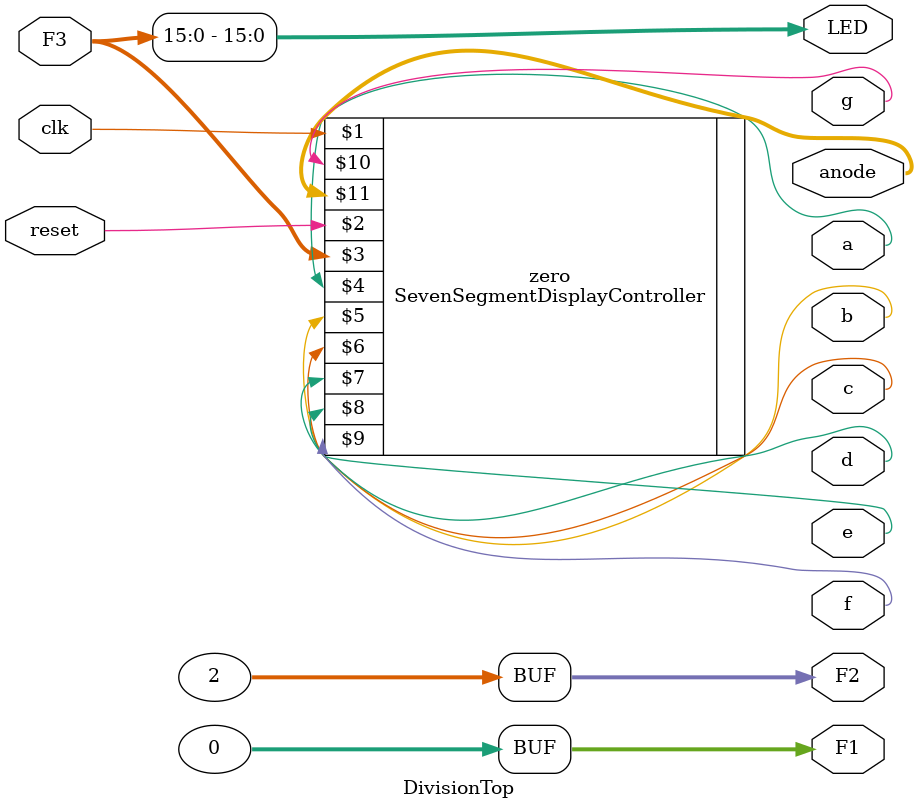
<source format=v>
`timescale 1ns / 1ps

module DivisionTop(clk, reset, F1,F2, F3, 
                    a, b, c, d, e, f, g, anode, 
                    LED);
//inputs
    input clk, reset; 
    //The quotient 
    input [31:0] F3; 
//outputs 
    //dividend and divisor 
    output wire [31:0] F1, F2;
    //7 segment display 
    output a, b, c, d, e, f, g;
    output [7:0] anode; 
    //16 LEDS 
    output wire [15:0] LED; 

//Module for displaying on the seven segment display     
SevenSegmentDisplayController zero(clk, reset, F3, 
                                      a, b, c, d, e, f, g,
                                      anode);
    //Hardcoded values 
    assign F1 = 0; 
    assign F2 = 2; 
    assign LED = F3; 
endmodule

</source>
